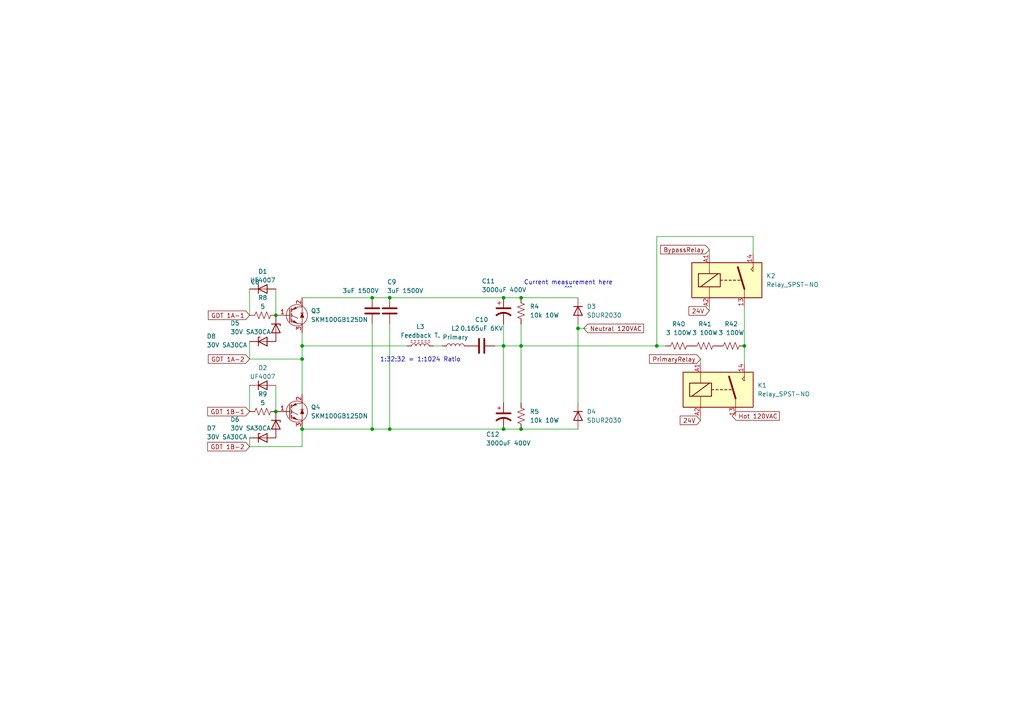
<source format=kicad_sch>
(kicad_sch
	(version 20250114)
	(generator "eeschema")
	(generator_version "9.0")
	(uuid "42c0dbb9-c033-4bfa-b1cd-16b68741b681")
	(paper "A4")
	(lib_symbols
		(symbol "Device:C"
			(pin_numbers
				(hide yes)
			)
			(pin_names
				(offset 0.254)
			)
			(exclude_from_sim no)
			(in_bom yes)
			(on_board yes)
			(property "Reference" "C"
				(at 0.635 2.54 0)
				(effects
					(font
						(size 1.27 1.27)
					)
					(justify left)
				)
			)
			(property "Value" "C"
				(at 0.635 -2.54 0)
				(effects
					(font
						(size 1.27 1.27)
					)
					(justify left)
				)
			)
			(property "Footprint" ""
				(at 0.9652 -3.81 0)
				(effects
					(font
						(size 1.27 1.27)
					)
					(hide yes)
				)
			)
			(property "Datasheet" "~"
				(at 0 0 0)
				(effects
					(font
						(size 1.27 1.27)
					)
					(hide yes)
				)
			)
			(property "Description" "Unpolarized capacitor"
				(at 0 0 0)
				(effects
					(font
						(size 1.27 1.27)
					)
					(hide yes)
				)
			)
			(property "ki_keywords" "cap capacitor"
				(at 0 0 0)
				(effects
					(font
						(size 1.27 1.27)
					)
					(hide yes)
				)
			)
			(property "ki_fp_filters" "C_*"
				(at 0 0 0)
				(effects
					(font
						(size 1.27 1.27)
					)
					(hide yes)
				)
			)
			(symbol "C_0_1"
				(polyline
					(pts
						(xy -2.032 0.762) (xy 2.032 0.762)
					)
					(stroke
						(width 0.508)
						(type default)
					)
					(fill
						(type none)
					)
				)
				(polyline
					(pts
						(xy -2.032 -0.762) (xy 2.032 -0.762)
					)
					(stroke
						(width 0.508)
						(type default)
					)
					(fill
						(type none)
					)
				)
			)
			(symbol "C_1_1"
				(pin passive line
					(at 0 3.81 270)
					(length 2.794)
					(name "~"
						(effects
							(font
								(size 1.27 1.27)
							)
						)
					)
					(number "1"
						(effects
							(font
								(size 1.27 1.27)
							)
						)
					)
				)
				(pin passive line
					(at 0 -3.81 90)
					(length 2.794)
					(name "~"
						(effects
							(font
								(size 1.27 1.27)
							)
						)
					)
					(number "2"
						(effects
							(font
								(size 1.27 1.27)
							)
						)
					)
				)
			)
			(embedded_fonts no)
		)
		(symbol "Device:C_Polarized_US"
			(pin_numbers
				(hide yes)
			)
			(pin_names
				(offset 0.254)
				(hide yes)
			)
			(exclude_from_sim no)
			(in_bom yes)
			(on_board yes)
			(property "Reference" "C"
				(at 0.635 2.54 0)
				(effects
					(font
						(size 1.27 1.27)
					)
					(justify left)
				)
			)
			(property "Value" "C_Polarized_US"
				(at 0.635 -2.54 0)
				(effects
					(font
						(size 1.27 1.27)
					)
					(justify left)
				)
			)
			(property "Footprint" ""
				(at 0 0 0)
				(effects
					(font
						(size 1.27 1.27)
					)
					(hide yes)
				)
			)
			(property "Datasheet" "~"
				(at 0 0 0)
				(effects
					(font
						(size 1.27 1.27)
					)
					(hide yes)
				)
			)
			(property "Description" "Polarized capacitor, US symbol"
				(at 0 0 0)
				(effects
					(font
						(size 1.27 1.27)
					)
					(hide yes)
				)
			)
			(property "ki_keywords" "cap capacitor"
				(at 0 0 0)
				(effects
					(font
						(size 1.27 1.27)
					)
					(hide yes)
				)
			)
			(property "ki_fp_filters" "CP_*"
				(at 0 0 0)
				(effects
					(font
						(size 1.27 1.27)
					)
					(hide yes)
				)
			)
			(symbol "C_Polarized_US_0_1"
				(polyline
					(pts
						(xy -2.032 0.762) (xy 2.032 0.762)
					)
					(stroke
						(width 0.508)
						(type default)
					)
					(fill
						(type none)
					)
				)
				(polyline
					(pts
						(xy -1.778 2.286) (xy -0.762 2.286)
					)
					(stroke
						(width 0)
						(type default)
					)
					(fill
						(type none)
					)
				)
				(polyline
					(pts
						(xy -1.27 1.778) (xy -1.27 2.794)
					)
					(stroke
						(width 0)
						(type default)
					)
					(fill
						(type none)
					)
				)
				(arc
					(start -2.032 -1.27)
					(mid 0 -0.5572)
					(end 2.032 -1.27)
					(stroke
						(width 0.508)
						(type default)
					)
					(fill
						(type none)
					)
				)
			)
			(symbol "C_Polarized_US_1_1"
				(pin passive line
					(at 0 3.81 270)
					(length 2.794)
					(name "~"
						(effects
							(font
								(size 1.27 1.27)
							)
						)
					)
					(number "1"
						(effects
							(font
								(size 1.27 1.27)
							)
						)
					)
				)
				(pin passive line
					(at 0 -3.81 90)
					(length 3.302)
					(name "~"
						(effects
							(font
								(size 1.27 1.27)
							)
						)
					)
					(number "2"
						(effects
							(font
								(size 1.27 1.27)
							)
						)
					)
				)
			)
			(embedded_fonts no)
		)
		(symbol "Device:D_Zener"
			(pin_numbers
				(hide yes)
			)
			(pin_names
				(offset 1.016)
				(hide yes)
			)
			(exclude_from_sim no)
			(in_bom yes)
			(on_board yes)
			(property "Reference" "D"
				(at 0 2.54 0)
				(effects
					(font
						(size 1.27 1.27)
					)
				)
			)
			(property "Value" "D_Zener"
				(at 0 -2.54 0)
				(effects
					(font
						(size 1.27 1.27)
					)
				)
			)
			(property "Footprint" ""
				(at 0 0 0)
				(effects
					(font
						(size 1.27 1.27)
					)
					(hide yes)
				)
			)
			(property "Datasheet" "~"
				(at 0 0 0)
				(effects
					(font
						(size 1.27 1.27)
					)
					(hide yes)
				)
			)
			(property "Description" "Zener diode"
				(at 0 0 0)
				(effects
					(font
						(size 1.27 1.27)
					)
					(hide yes)
				)
			)
			(property "ki_keywords" "diode"
				(at 0 0 0)
				(effects
					(font
						(size 1.27 1.27)
					)
					(hide yes)
				)
			)
			(property "ki_fp_filters" "TO-???* *_Diode_* *SingleDiode* D_*"
				(at 0 0 0)
				(effects
					(font
						(size 1.27 1.27)
					)
					(hide yes)
				)
			)
			(symbol "D_Zener_0_1"
				(polyline
					(pts
						(xy -1.27 -1.27) (xy -1.27 1.27) (xy -0.762 1.27)
					)
					(stroke
						(width 0.254)
						(type default)
					)
					(fill
						(type none)
					)
				)
				(polyline
					(pts
						(xy 1.27 0) (xy -1.27 0)
					)
					(stroke
						(width 0)
						(type default)
					)
					(fill
						(type none)
					)
				)
				(polyline
					(pts
						(xy 1.27 -1.27) (xy 1.27 1.27) (xy -1.27 0) (xy 1.27 -1.27)
					)
					(stroke
						(width 0.254)
						(type default)
					)
					(fill
						(type none)
					)
				)
			)
			(symbol "D_Zener_1_1"
				(pin passive line
					(at -3.81 0 0)
					(length 2.54)
					(name "K"
						(effects
							(font
								(size 1.27 1.27)
							)
						)
					)
					(number "1"
						(effects
							(font
								(size 1.27 1.27)
							)
						)
					)
				)
				(pin passive line
					(at 3.81 0 180)
					(length 2.54)
					(name "A"
						(effects
							(font
								(size 1.27 1.27)
							)
						)
					)
					(number "2"
						(effects
							(font
								(size 1.27 1.27)
							)
						)
					)
				)
			)
			(embedded_fonts no)
		)
		(symbol "Device:L"
			(pin_numbers
				(hide yes)
			)
			(pin_names
				(offset 1.016)
				(hide yes)
			)
			(exclude_from_sim no)
			(in_bom yes)
			(on_board yes)
			(property "Reference" "L"
				(at -1.27 0 90)
				(effects
					(font
						(size 1.27 1.27)
					)
				)
			)
			(property "Value" "L"
				(at 1.905 0 90)
				(effects
					(font
						(size 1.27 1.27)
					)
				)
			)
			(property "Footprint" ""
				(at 0 0 0)
				(effects
					(font
						(size 1.27 1.27)
					)
					(hide yes)
				)
			)
			(property "Datasheet" "~"
				(at 0 0 0)
				(effects
					(font
						(size 1.27 1.27)
					)
					(hide yes)
				)
			)
			(property "Description" "Inductor"
				(at 0 0 0)
				(effects
					(font
						(size 1.27 1.27)
					)
					(hide yes)
				)
			)
			(property "ki_keywords" "inductor choke coil reactor magnetic"
				(at 0 0 0)
				(effects
					(font
						(size 1.27 1.27)
					)
					(hide yes)
				)
			)
			(property "ki_fp_filters" "Choke_* *Coil* Inductor_* L_*"
				(at 0 0 0)
				(effects
					(font
						(size 1.27 1.27)
					)
					(hide yes)
				)
			)
			(symbol "L_0_1"
				(arc
					(start 0 2.54)
					(mid 0.6323 1.905)
					(end 0 1.27)
					(stroke
						(width 0)
						(type default)
					)
					(fill
						(type none)
					)
				)
				(arc
					(start 0 1.27)
					(mid 0.6323 0.635)
					(end 0 0)
					(stroke
						(width 0)
						(type default)
					)
					(fill
						(type none)
					)
				)
				(arc
					(start 0 0)
					(mid 0.6323 -0.635)
					(end 0 -1.27)
					(stroke
						(width 0)
						(type default)
					)
					(fill
						(type none)
					)
				)
				(arc
					(start 0 -1.27)
					(mid 0.6323 -1.905)
					(end 0 -2.54)
					(stroke
						(width 0)
						(type default)
					)
					(fill
						(type none)
					)
				)
			)
			(symbol "L_1_1"
				(pin passive line
					(at 0 3.81 270)
					(length 1.27)
					(name "1"
						(effects
							(font
								(size 1.27 1.27)
							)
						)
					)
					(number "1"
						(effects
							(font
								(size 1.27 1.27)
							)
						)
					)
				)
				(pin passive line
					(at 0 -3.81 90)
					(length 1.27)
					(name "2"
						(effects
							(font
								(size 1.27 1.27)
							)
						)
					)
					(number "2"
						(effects
							(font
								(size 1.27 1.27)
							)
						)
					)
				)
			)
			(embedded_fonts no)
		)
		(symbol "Device:L_Ferrite"
			(pin_numbers
				(hide yes)
			)
			(pin_names
				(offset 1.016)
				(hide yes)
			)
			(exclude_from_sim no)
			(in_bom yes)
			(on_board yes)
			(property "Reference" "L"
				(at -1.27 0 90)
				(effects
					(font
						(size 1.27 1.27)
					)
				)
			)
			(property "Value" "L_Ferrite"
				(at 2.794 0 90)
				(effects
					(font
						(size 1.27 1.27)
					)
				)
			)
			(property "Footprint" ""
				(at 0 0 0)
				(effects
					(font
						(size 1.27 1.27)
					)
					(hide yes)
				)
			)
			(property "Datasheet" "~"
				(at 0 0 0)
				(effects
					(font
						(size 1.27 1.27)
					)
					(hide yes)
				)
			)
			(property "Description" "Inductor with ferrite core"
				(at 0 0 0)
				(effects
					(font
						(size 1.27 1.27)
					)
					(hide yes)
				)
			)
			(property "ki_keywords" "inductor choke coil reactor magnetic"
				(at 0 0 0)
				(effects
					(font
						(size 1.27 1.27)
					)
					(hide yes)
				)
			)
			(property "ki_fp_filters" "Choke_* *Coil* Inductor_* L_*"
				(at 0 0 0)
				(effects
					(font
						(size 1.27 1.27)
					)
					(hide yes)
				)
			)
			(symbol "L_Ferrite_0_1"
				(arc
					(start 0 2.54)
					(mid 0.6323 1.905)
					(end 0 1.27)
					(stroke
						(width 0)
						(type default)
					)
					(fill
						(type none)
					)
				)
				(arc
					(start 0 1.27)
					(mid 0.6323 0.635)
					(end 0 0)
					(stroke
						(width 0)
						(type default)
					)
					(fill
						(type none)
					)
				)
				(arc
					(start 0 0)
					(mid 0.6323 -0.635)
					(end 0 -1.27)
					(stroke
						(width 0)
						(type default)
					)
					(fill
						(type none)
					)
				)
				(arc
					(start 0 -1.27)
					(mid 0.6323 -1.905)
					(end 0 -2.54)
					(stroke
						(width 0)
						(type default)
					)
					(fill
						(type none)
					)
				)
				(polyline
					(pts
						(xy 1.016 2.286) (xy 1.016 2.794)
					)
					(stroke
						(width 0)
						(type default)
					)
					(fill
						(type none)
					)
				)
				(polyline
					(pts
						(xy 1.016 1.27) (xy 1.016 1.778)
					)
					(stroke
						(width 0)
						(type default)
					)
					(fill
						(type none)
					)
				)
				(polyline
					(pts
						(xy 1.016 0.254) (xy 1.016 0.762)
					)
					(stroke
						(width 0)
						(type default)
					)
					(fill
						(type none)
					)
				)
				(polyline
					(pts
						(xy 1.016 -0.762) (xy 1.016 -0.254)
					)
					(stroke
						(width 0)
						(type default)
					)
					(fill
						(type none)
					)
				)
				(polyline
					(pts
						(xy 1.016 -1.778) (xy 1.016 -1.27)
					)
					(stroke
						(width 0)
						(type default)
					)
					(fill
						(type none)
					)
				)
				(polyline
					(pts
						(xy 1.016 -2.794) (xy 1.016 -2.286)
					)
					(stroke
						(width 0)
						(type default)
					)
					(fill
						(type none)
					)
				)
				(polyline
					(pts
						(xy 1.524 2.794) (xy 1.524 2.286)
					)
					(stroke
						(width 0)
						(type default)
					)
					(fill
						(type none)
					)
				)
				(polyline
					(pts
						(xy 1.524 1.778) (xy 1.524 1.27)
					)
					(stroke
						(width 0)
						(type default)
					)
					(fill
						(type none)
					)
				)
				(polyline
					(pts
						(xy 1.524 0.762) (xy 1.524 0.254)
					)
					(stroke
						(width 0)
						(type default)
					)
					(fill
						(type none)
					)
				)
				(polyline
					(pts
						(xy 1.524 -0.254) (xy 1.524 -0.762)
					)
					(stroke
						(width 0)
						(type default)
					)
					(fill
						(type none)
					)
				)
				(polyline
					(pts
						(xy 1.524 -1.27) (xy 1.524 -1.778)
					)
					(stroke
						(width 0)
						(type default)
					)
					(fill
						(type none)
					)
				)
				(polyline
					(pts
						(xy 1.524 -2.286) (xy 1.524 -2.794)
					)
					(stroke
						(width 0)
						(type default)
					)
					(fill
						(type none)
					)
				)
			)
			(symbol "L_Ferrite_1_1"
				(pin passive line
					(at 0 3.81 270)
					(length 1.27)
					(name "1"
						(effects
							(font
								(size 1.27 1.27)
							)
						)
					)
					(number "1"
						(effects
							(font
								(size 1.27 1.27)
							)
						)
					)
				)
				(pin passive line
					(at 0 -3.81 90)
					(length 1.27)
					(name "2"
						(effects
							(font
								(size 1.27 1.27)
							)
						)
					)
					(number "2"
						(effects
							(font
								(size 1.27 1.27)
							)
						)
					)
				)
			)
			(embedded_fonts no)
		)
		(symbol "Device:R_US"
			(pin_numbers
				(hide yes)
			)
			(pin_names
				(offset 0)
			)
			(exclude_from_sim no)
			(in_bom yes)
			(on_board yes)
			(property "Reference" "R"
				(at 2.54 0 90)
				(effects
					(font
						(size 1.27 1.27)
					)
				)
			)
			(property "Value" "R_US"
				(at -2.54 0 90)
				(effects
					(font
						(size 1.27 1.27)
					)
				)
			)
			(property "Footprint" ""
				(at 1.016 -0.254 90)
				(effects
					(font
						(size 1.27 1.27)
					)
					(hide yes)
				)
			)
			(property "Datasheet" "~"
				(at 0 0 0)
				(effects
					(font
						(size 1.27 1.27)
					)
					(hide yes)
				)
			)
			(property "Description" "Resistor, US symbol"
				(at 0 0 0)
				(effects
					(font
						(size 1.27 1.27)
					)
					(hide yes)
				)
			)
			(property "ki_keywords" "R res resistor"
				(at 0 0 0)
				(effects
					(font
						(size 1.27 1.27)
					)
					(hide yes)
				)
			)
			(property "ki_fp_filters" "R_*"
				(at 0 0 0)
				(effects
					(font
						(size 1.27 1.27)
					)
					(hide yes)
				)
			)
			(symbol "R_US_0_1"
				(polyline
					(pts
						(xy 0 2.286) (xy 0 2.54)
					)
					(stroke
						(width 0)
						(type default)
					)
					(fill
						(type none)
					)
				)
				(polyline
					(pts
						(xy 0 2.286) (xy 1.016 1.905) (xy 0 1.524) (xy -1.016 1.143) (xy 0 0.762)
					)
					(stroke
						(width 0)
						(type default)
					)
					(fill
						(type none)
					)
				)
				(polyline
					(pts
						(xy 0 0.762) (xy 1.016 0.381) (xy 0 0) (xy -1.016 -0.381) (xy 0 -0.762)
					)
					(stroke
						(width 0)
						(type default)
					)
					(fill
						(type none)
					)
				)
				(polyline
					(pts
						(xy 0 -0.762) (xy 1.016 -1.143) (xy 0 -1.524) (xy -1.016 -1.905) (xy 0 -2.286)
					)
					(stroke
						(width 0)
						(type default)
					)
					(fill
						(type none)
					)
				)
				(polyline
					(pts
						(xy 0 -2.286) (xy 0 -2.54)
					)
					(stroke
						(width 0)
						(type default)
					)
					(fill
						(type none)
					)
				)
			)
			(symbol "R_US_1_1"
				(pin passive line
					(at 0 3.81 270)
					(length 1.27)
					(name "~"
						(effects
							(font
								(size 1.27 1.27)
							)
						)
					)
					(number "1"
						(effects
							(font
								(size 1.27 1.27)
							)
						)
					)
				)
				(pin passive line
					(at 0 -3.81 90)
					(length 1.27)
					(name "~"
						(effects
							(font
								(size 1.27 1.27)
							)
						)
					)
					(number "2"
						(effects
							(font
								(size 1.27 1.27)
							)
						)
					)
				)
			)
			(embedded_fonts no)
		)
		(symbol "Diode:1N4007"
			(pin_numbers
				(hide yes)
			)
			(pin_names
				(hide yes)
			)
			(exclude_from_sim no)
			(in_bom yes)
			(on_board yes)
			(property "Reference" "D"
				(at 0 2.54 0)
				(effects
					(font
						(size 1.27 1.27)
					)
				)
			)
			(property "Value" "1N4007"
				(at 0 -2.54 0)
				(effects
					(font
						(size 1.27 1.27)
					)
				)
			)
			(property "Footprint" "Diode_THT:D_DO-41_SOD81_P10.16mm_Horizontal"
				(at 0 -4.445 0)
				(effects
					(font
						(size 1.27 1.27)
					)
					(hide yes)
				)
			)
			(property "Datasheet" "http://www.vishay.com/docs/88503/1n4001.pdf"
				(at 0 0 0)
				(effects
					(font
						(size 1.27 1.27)
					)
					(hide yes)
				)
			)
			(property "Description" "1000V 1A General Purpose Rectifier Diode, DO-41"
				(at 0 0 0)
				(effects
					(font
						(size 1.27 1.27)
					)
					(hide yes)
				)
			)
			(property "Sim.Device" "D"
				(at 0 0 0)
				(effects
					(font
						(size 1.27 1.27)
					)
					(hide yes)
				)
			)
			(property "Sim.Pins" "1=K 2=A"
				(at 0 0 0)
				(effects
					(font
						(size 1.27 1.27)
					)
					(hide yes)
				)
			)
			(property "ki_keywords" "diode"
				(at 0 0 0)
				(effects
					(font
						(size 1.27 1.27)
					)
					(hide yes)
				)
			)
			(property "ki_fp_filters" "D*DO?41*"
				(at 0 0 0)
				(effects
					(font
						(size 1.27 1.27)
					)
					(hide yes)
				)
			)
			(symbol "1N4007_0_1"
				(polyline
					(pts
						(xy -1.27 1.27) (xy -1.27 -1.27)
					)
					(stroke
						(width 0.254)
						(type default)
					)
					(fill
						(type none)
					)
				)
				(polyline
					(pts
						(xy 1.27 1.27) (xy 1.27 -1.27) (xy -1.27 0) (xy 1.27 1.27)
					)
					(stroke
						(width 0.254)
						(type default)
					)
					(fill
						(type none)
					)
				)
				(polyline
					(pts
						(xy 1.27 0) (xy -1.27 0)
					)
					(stroke
						(width 0)
						(type default)
					)
					(fill
						(type none)
					)
				)
			)
			(symbol "1N4007_1_1"
				(pin passive line
					(at -3.81 0 0)
					(length 2.54)
					(name "K"
						(effects
							(font
								(size 1.27 1.27)
							)
						)
					)
					(number "1"
						(effects
							(font
								(size 1.27 1.27)
							)
						)
					)
				)
				(pin passive line
					(at 3.81 0 180)
					(length 2.54)
					(name "A"
						(effects
							(font
								(size 1.27 1.27)
							)
						)
					)
					(number "2"
						(effects
							(font
								(size 1.27 1.27)
							)
						)
					)
				)
			)
			(embedded_fonts no)
		)
		(symbol "Relay:Relay_SPST-NO"
			(exclude_from_sim no)
			(in_bom yes)
			(on_board yes)
			(property "Reference" "K"
				(at 11.43 3.81 0)
				(effects
					(font
						(size 1.27 1.27)
					)
					(justify left)
				)
			)
			(property "Value" "Relay_SPST-NO"
				(at 11.43 1.27 0)
				(effects
					(font
						(size 1.27 1.27)
					)
					(justify left)
				)
			)
			(property "Footprint" ""
				(at 11.43 -1.27 0)
				(effects
					(font
						(size 1.27 1.27)
					)
					(justify left)
					(hide yes)
				)
			)
			(property "Datasheet" "~"
				(at 0 0 0)
				(effects
					(font
						(size 1.27 1.27)
					)
					(hide yes)
				)
			)
			(property "Description" "Relay SPST, normally open, EN50005"
				(at 0 0 0)
				(effects
					(font
						(size 1.27 1.27)
					)
					(hide yes)
				)
			)
			(property "ki_keywords" "1P1T 1-Form-A single pole throw NO"
				(at 0 0 0)
				(effects
					(font
						(size 1.27 1.27)
					)
					(hide yes)
				)
			)
			(property "ki_fp_filters" "Relay?SPST*"
				(at 0 0 0)
				(effects
					(font
						(size 1.27 1.27)
					)
					(hide yes)
				)
			)
			(symbol "Relay_SPST-NO_0_0"
				(polyline
					(pts
						(xy 7.62 5.08) (xy 7.62 2.54) (xy 6.985 3.175) (xy 7.62 3.81)
					)
					(stroke
						(width 0)
						(type default)
					)
					(fill
						(type none)
					)
				)
			)
			(symbol "Relay_SPST-NO_0_1"
				(rectangle
					(start -10.16 5.08)
					(end 10.16 -5.08)
					(stroke
						(width 0.254)
						(type default)
					)
					(fill
						(type background)
					)
				)
				(rectangle
					(start -8.255 1.905)
					(end -1.905 -1.905)
					(stroke
						(width 0.254)
						(type default)
					)
					(fill
						(type none)
					)
				)
				(polyline
					(pts
						(xy -7.62 -1.905) (xy -2.54 1.905)
					)
					(stroke
						(width 0.254)
						(type default)
					)
					(fill
						(type none)
					)
				)
				(polyline
					(pts
						(xy -5.08 5.08) (xy -5.08 1.905)
					)
					(stroke
						(width 0)
						(type default)
					)
					(fill
						(type none)
					)
				)
				(polyline
					(pts
						(xy -5.08 -5.08) (xy -5.08 -1.905)
					)
					(stroke
						(width 0)
						(type default)
					)
					(fill
						(type none)
					)
				)
				(polyline
					(pts
						(xy -1.905 0) (xy -1.27 0)
					)
					(stroke
						(width 0.254)
						(type default)
					)
					(fill
						(type none)
					)
				)
				(polyline
					(pts
						(xy -0.635 0) (xy 0 0)
					)
					(stroke
						(width 0.254)
						(type default)
					)
					(fill
						(type none)
					)
				)
				(polyline
					(pts
						(xy 0.635 0) (xy 1.27 0)
					)
					(stroke
						(width 0.254)
						(type default)
					)
					(fill
						(type none)
					)
				)
				(polyline
					(pts
						(xy 1.905 0) (xy 2.54 0)
					)
					(stroke
						(width 0.254)
						(type default)
					)
					(fill
						(type none)
					)
				)
				(polyline
					(pts
						(xy 3.175 0) (xy 3.81 0)
					)
					(stroke
						(width 0.254)
						(type default)
					)
					(fill
						(type none)
					)
				)
				(polyline
					(pts
						(xy 5.08 -2.54) (xy 3.175 3.81)
					)
					(stroke
						(width 0.508)
						(type default)
					)
					(fill
						(type none)
					)
				)
				(polyline
					(pts
						(xy 5.08 -2.54) (xy 5.08 -5.08)
					)
					(stroke
						(width 0)
						(type default)
					)
					(fill
						(type none)
					)
				)
			)
			(symbol "Relay_SPST-NO_1_1"
				(pin passive line
					(at -5.08 7.62 270)
					(length 2.54)
					(name "~"
						(effects
							(font
								(size 1.27 1.27)
							)
						)
					)
					(number "A1"
						(effects
							(font
								(size 1.27 1.27)
							)
						)
					)
				)
				(pin passive line
					(at -5.08 -7.62 90)
					(length 2.54)
					(name "~"
						(effects
							(font
								(size 1.27 1.27)
							)
						)
					)
					(number "A2"
						(effects
							(font
								(size 1.27 1.27)
							)
						)
					)
				)
				(pin passive line
					(at 5.08 -7.62 90)
					(length 2.54)
					(name "~"
						(effects
							(font
								(size 1.27 1.27)
							)
						)
					)
					(number "13"
						(effects
							(font
								(size 1.27 1.27)
							)
						)
					)
				)
				(pin passive line
					(at 7.62 7.62 270)
					(length 2.54)
					(name "~"
						(effects
							(font
								(size 1.27 1.27)
							)
						)
					)
					(number "14"
						(effects
							(font
								(size 1.27 1.27)
							)
						)
					)
				)
			)
			(embedded_fonts no)
		)
		(symbol "Transistor_IGBT:STGP7NC60HD"
			(pin_names
				(offset 0)
				(hide yes)
			)
			(exclude_from_sim no)
			(in_bom yes)
			(on_board yes)
			(property "Reference" "Q"
				(at 6.35 1.905 0)
				(effects
					(font
						(size 1.27 1.27)
					)
					(justify left)
				)
			)
			(property "Value" "STGP7NC60HD"
				(at 6.35 0 0)
				(effects
					(font
						(size 1.27 1.27)
					)
					(justify left)
				)
			)
			(property "Footprint" "Package_TO_SOT_THT:TO-220-3_Vertical"
				(at 6.35 -1.905 0)
				(effects
					(font
						(size 1.27 1.27)
						(italic yes)
					)
					(justify left)
					(hide yes)
				)
			)
			(property "Datasheet" "http://www.farnell.com/datasheets/2309889.pdf"
				(at -1.27 0 0)
				(effects
					(font
						(size 1.27 1.27)
					)
					(justify left)
					(hide yes)
				)
			)
			(property "Description" "25A, 600V, N-Channel IGBT, TO-220"
				(at 0 0 0)
				(effects
					(font
						(size 1.27 1.27)
					)
					(hide yes)
				)
			)
			(property "ki_keywords" "N-Channel very fast IGBT with ultrafast diode Power Transistor"
				(at 0 0 0)
				(effects
					(font
						(size 1.27 1.27)
					)
					(hide yes)
				)
			)
			(property "ki_fp_filters" "TO?220*"
				(at 0 0 0)
				(effects
					(font
						(size 1.27 1.27)
					)
					(hide yes)
				)
			)
			(symbol "STGP7NC60HD_0_1"
				(polyline
					(pts
						(xy -1.27 0) (xy -1.016 0)
					)
					(stroke
						(width 0)
						(type default)
					)
					(fill
						(type none)
					)
				)
				(circle
					(center 1.016 0)
					(radius 3.0734)
					(stroke
						(width 0)
						(type default)
					)
					(fill
						(type none)
					)
				)
				(polyline
					(pts
						(xy 1.27 2.413) (xy 2.54 2.413)
					)
					(stroke
						(width 0)
						(type default)
					)
					(fill
						(type none)
					)
				)
				(polyline
					(pts
						(xy 1.27 -2.413) (xy 2.54 -2.413)
					)
					(stroke
						(width 0)
						(type default)
					)
					(fill
						(type none)
					)
				)
				(polyline
					(pts
						(xy 2.032 0.635) (xy 3.048 0.635)
					)
					(stroke
						(width 0)
						(type default)
					)
					(fill
						(type none)
					)
				)
				(polyline
					(pts
						(xy 2.54 3.81) (xy 2.54 -3.81)
					)
					(stroke
						(width 0)
						(type default)
					)
					(fill
						(type none)
					)
				)
				(polyline
					(pts
						(xy 2.54 0.635) (xy 2.032 -0.635) (xy 3.048 -0.635) (xy 2.54 0.635)
					)
					(stroke
						(width 0)
						(type default)
					)
					(fill
						(type outline)
					)
				)
			)
			(symbol "STGP7NC60HD_1_1"
				(polyline
					(pts
						(xy -1.016 1.905) (xy -1.016 -1.905) (xy -1.016 -1.905)
					)
					(stroke
						(width 0.254)
						(type default)
					)
					(fill
						(type none)
					)
				)
				(polyline
					(pts
						(xy -0.508 2.032) (xy -0.508 1.016)
					)
					(stroke
						(width 0.254)
						(type default)
					)
					(fill
						(type none)
					)
				)
				(polyline
					(pts
						(xy -0.508 0.508) (xy -0.508 -0.508)
					)
					(stroke
						(width 0.254)
						(type default)
					)
					(fill
						(type none)
					)
				)
				(polyline
					(pts
						(xy -0.508 -1.016) (xy -0.508 -2.032)
					)
					(stroke
						(width 0.254)
						(type default)
					)
					(fill
						(type none)
					)
				)
				(polyline
					(pts
						(xy -0.127 -2.032) (xy 0.127 -1.524) (xy 1.016 -2.286) (xy -0.127 -2.032)
					)
					(stroke
						(width 0)
						(type default)
					)
					(fill
						(type outline)
					)
				)
				(polyline
					(pts
						(xy 0.889 1.905) (xy 0.635 2.413) (xy -0.254 1.651) (xy 0.889 1.905)
					)
					(stroke
						(width 0)
						(type default)
					)
					(fill
						(type outline)
					)
				)
				(polyline
					(pts
						(xy 1.27 2.413) (xy -0.508 1.524)
					)
					(stroke
						(width 0)
						(type default)
					)
					(fill
						(type none)
					)
				)
				(polyline
					(pts
						(xy 1.27 -0.889) (xy -0.508 0)
					)
					(stroke
						(width 0)
						(type default)
					)
					(fill
						(type none)
					)
				)
				(polyline
					(pts
						(xy 1.27 -2.413) (xy -0.508 -1.524)
					)
					(stroke
						(width 0)
						(type default)
					)
					(fill
						(type none)
					)
				)
				(pin input line
					(at -5.08 0 0)
					(length 3.81)
					(name "G"
						(effects
							(font
								(size 1.27 1.27)
							)
						)
					)
					(number "1"
						(effects
							(font
								(size 1.27 1.27)
							)
						)
					)
				)
				(pin passive line
					(at 2.54 5.08 270)
					(length 2.54)
					(name "C"
						(effects
							(font
								(size 1.27 1.27)
							)
						)
					)
					(number "2"
						(effects
							(font
								(size 1.27 1.27)
							)
						)
					)
				)
				(pin passive line
					(at 2.54 -5.08 90)
					(length 2.54)
					(name "E"
						(effects
							(font
								(size 1.27 1.27)
							)
						)
					)
					(number "3"
						(effects
							(font
								(size 1.27 1.27)
							)
						)
					)
				)
			)
			(embedded_fonts no)
		)
	)
	(text "Current measurement here\n^^^"
		(exclude_from_sim no)
		(at 164.846 83.058 0)
		(effects
			(font
				(size 1.27 1.27)
			)
		)
		(uuid "0b8e904e-8f6b-4a94-8fe0-82ac04edf3bb")
	)
	(text "1:32:32 = 1:1024 Ratio"
		(exclude_from_sim no)
		(at 121.92 104.394 0)
		(effects
			(font
				(size 1.27 1.27)
			)
		)
		(uuid "4f55ddbb-6713-4af2-93d6-ed298b77bb6a")
	)
	(junction
		(at 80.01 91.44)
		(diameter 0)
		(color 0 0 0 0)
		(uuid "0cdaf3ff-8b85-4468-be48-d4eb16d6e229")
	)
	(junction
		(at 146.05 124.46)
		(diameter 0)
		(color 0 0 0 0)
		(uuid "3342886b-7a38-4c26-98e8-1895e7713fb5")
	)
	(junction
		(at 167.64 95.25)
		(diameter 0)
		(color 0 0 0 0)
		(uuid "3a31e841-b8d6-4fba-a718-6fd67d9f4c81")
	)
	(junction
		(at 87.63 104.14)
		(diameter 0)
		(color 0 0 0 0)
		(uuid "43561146-b6cd-4c32-b37e-32f4fa661c93")
	)
	(junction
		(at 80.01 119.38)
		(diameter 0)
		(color 0 0 0 0)
		(uuid "65383e26-bf4a-42ae-b0cb-a7833d0982aa")
	)
	(junction
		(at 146.05 86.36)
		(diameter 0)
		(color 0 0 0 0)
		(uuid "72afd443-1116-4be8-931e-06e554de4e93")
	)
	(junction
		(at 146.05 100.33)
		(diameter 0)
		(color 0 0 0 0)
		(uuid "890f0fb1-3f24-48b0-85a2-486a7f9d9abc")
	)
	(junction
		(at 107.95 86.36)
		(diameter 0)
		(color 0 0 0 0)
		(uuid "8a9bfde2-624e-44d0-b94d-309881b7a67d")
	)
	(junction
		(at 190.5 100.33)
		(diameter 0)
		(color 0 0 0 0)
		(uuid "8f47acae-128c-45bc-b77c-4ced3930b113")
	)
	(junction
		(at 107.95 124.46)
		(diameter 0)
		(color 0 0 0 0)
		(uuid "9b701945-c058-4e77-9398-8063bd2dd472")
	)
	(junction
		(at 113.03 124.46)
		(diameter 0)
		(color 0 0 0 0)
		(uuid "afab22b4-ed67-431e-8869-0ec4ea26fe3e")
	)
	(junction
		(at 87.63 124.46)
		(diameter 0)
		(color 0 0 0 0)
		(uuid "bfa8f77c-1dea-4522-9040-cfee72d98641")
	)
	(junction
		(at 113.03 86.36)
		(diameter 0)
		(color 0 0 0 0)
		(uuid "c9e6bb34-5c17-475e-b41f-eb44ee07b656")
	)
	(junction
		(at 215.9 100.33)
		(diameter 0)
		(color 0 0 0 0)
		(uuid "ccd2f876-2a63-4a36-81ab-e33b7c96492b")
	)
	(junction
		(at 87.63 100.33)
		(diameter 0)
		(color 0 0 0 0)
		(uuid "d44e55b9-609d-4217-b5b6-9e8355ad4239")
	)
	(junction
		(at 151.13 100.33)
		(diameter 0)
		(color 0 0 0 0)
		(uuid "eede5910-ff11-4cd1-9612-aeb124e91a8d")
	)
	(junction
		(at 151.13 124.46)
		(diameter 0)
		(color 0 0 0 0)
		(uuid "f0e349b0-1030-41c3-b294-5e0da0d63fd1")
	)
	(junction
		(at 151.13 86.36)
		(diameter 0)
		(color 0 0 0 0)
		(uuid "fb9aa5b6-2f89-4572-9d28-a2c62359acc6")
	)
	(wire
		(pts
			(xy 87.63 124.46) (xy 87.63 129.54)
		)
		(stroke
			(width 0)
			(type default)
		)
		(uuid "080ad5be-a1a5-46a6-ab43-f46f5fabf5ad")
	)
	(wire
		(pts
			(xy 205.74 72.39) (xy 205.74 73.66)
		)
		(stroke
			(width 0)
			(type default)
		)
		(uuid "0951c12e-af2d-4bed-a61f-c7198c13fbe8")
	)
	(wire
		(pts
			(xy 151.13 124.46) (xy 167.64 124.46)
		)
		(stroke
			(width 0)
			(type default)
		)
		(uuid "0def9bb3-3e47-4afe-812a-e36e11e6c205")
	)
	(wire
		(pts
			(xy 146.05 86.36) (xy 151.13 86.36)
		)
		(stroke
			(width 0)
			(type default)
		)
		(uuid "17a100f9-30a1-4d2b-a070-0fa98f044bc0")
	)
	(wire
		(pts
			(xy 151.13 100.33) (xy 151.13 116.84)
		)
		(stroke
			(width 0)
			(type default)
		)
		(uuid "19e0a81c-d7a5-42ad-93fe-3c4aca87022c")
	)
	(wire
		(pts
			(xy 87.63 96.52) (xy 87.63 100.33)
		)
		(stroke
			(width 0)
			(type default)
		)
		(uuid "215c8035-21fa-4fec-b30a-46b3428d1ee8")
	)
	(wire
		(pts
			(xy 167.64 95.25) (xy 167.64 116.84)
		)
		(stroke
			(width 0)
			(type default)
		)
		(uuid "233201bd-8a2a-4489-bc28-b208db7cbda4")
	)
	(wire
		(pts
			(xy 215.9 88.9) (xy 215.9 100.33)
		)
		(stroke
			(width 0)
			(type default)
		)
		(uuid "253877db-78cc-4fd1-938c-9501d097eb46")
	)
	(wire
		(pts
			(xy 143.51 100.33) (xy 146.05 100.33)
		)
		(stroke
			(width 0)
			(type default)
		)
		(uuid "26651489-ee51-40f0-b45e-f70f53970049")
	)
	(wire
		(pts
			(xy 107.95 86.36) (xy 113.03 86.36)
		)
		(stroke
			(width 0)
			(type default)
		)
		(uuid "356394db-2557-41f3-a2d0-9cf44e7e9885")
	)
	(wire
		(pts
			(xy 146.05 124.46) (xy 151.13 124.46)
		)
		(stroke
			(width 0)
			(type default)
		)
		(uuid "447f5f85-a81d-4d08-a295-98db035bf3f3")
	)
	(wire
		(pts
			(xy 80.01 83.82) (xy 80.01 91.44)
		)
		(stroke
			(width 0)
			(type default)
		)
		(uuid "4ff61863-ab24-4218-bd61-5d816d4f405c")
	)
	(wire
		(pts
			(xy 151.13 86.36) (xy 167.64 86.36)
		)
		(stroke
			(width 0)
			(type default)
		)
		(uuid "52bd18d6-f1b6-4767-b42b-f3c1c42e8911")
	)
	(wire
		(pts
			(xy 87.63 100.33) (xy 87.63 104.14)
		)
		(stroke
			(width 0)
			(type default)
		)
		(uuid "58560b25-61a7-4ccc-8796-080c409c1552")
	)
	(wire
		(pts
			(xy 87.63 104.14) (xy 87.63 114.3)
		)
		(stroke
			(width 0)
			(type default)
		)
		(uuid "6e17b47f-18a6-4e55-92fc-a8d78d14aa16")
	)
	(wire
		(pts
			(xy 113.03 86.36) (xy 146.05 86.36)
		)
		(stroke
			(width 0)
			(type default)
		)
		(uuid "72faeb69-97e3-43c7-be06-745578c15b3d")
	)
	(wire
		(pts
			(xy 218.44 68.58) (xy 190.5 68.58)
		)
		(stroke
			(width 0)
			(type default)
		)
		(uuid "7fcc4bdb-0fca-4ec2-90f1-c27d7c43cf51")
	)
	(wire
		(pts
			(xy 72.39 111.76) (xy 72.39 119.38)
		)
		(stroke
			(width 0)
			(type default)
		)
		(uuid "8655aac3-0233-427f-b6a6-9f104aa8073e")
	)
	(wire
		(pts
			(xy 107.95 93.98) (xy 107.95 124.46)
		)
		(stroke
			(width 0)
			(type default)
		)
		(uuid "8c8c909f-19be-45fb-82d0-7ece14c5aa85")
	)
	(wire
		(pts
			(xy 203.2 104.14) (xy 203.2 105.41)
		)
		(stroke
			(width 0)
			(type default)
		)
		(uuid "931f2b50-f6ed-4c65-ab67-88b5608fe45a")
	)
	(wire
		(pts
			(xy 167.64 95.25) (xy 170.18 95.25)
		)
		(stroke
			(width 0)
			(type default)
		)
		(uuid "95233211-b187-478e-869d-b4288a260f34")
	)
	(wire
		(pts
			(xy 113.03 124.46) (xy 146.05 124.46)
		)
		(stroke
			(width 0)
			(type default)
		)
		(uuid "a4fe255d-774b-4054-8708-67c356c73eef")
	)
	(wire
		(pts
			(xy 190.5 100.33) (xy 193.04 100.33)
		)
		(stroke
			(width 0)
			(type default)
		)
		(uuid "a62ecd7a-37a5-4324-94ad-b53133e91520")
	)
	(wire
		(pts
			(xy 72.39 127) (xy 72.39 129.54)
		)
		(stroke
			(width 0)
			(type default)
		)
		(uuid "a6373d75-21e6-4fcb-9c09-af112303337e")
	)
	(wire
		(pts
			(xy 215.9 100.33) (xy 215.9 105.41)
		)
		(stroke
			(width 0)
			(type default)
		)
		(uuid "a757c78e-3213-4416-85f9-c7c72423dbf1")
	)
	(wire
		(pts
			(xy 190.5 68.58) (xy 190.5 100.33)
		)
		(stroke
			(width 0)
			(type default)
		)
		(uuid "a8cb7348-a0fe-4651-bcf6-84a3ca626cf4")
	)
	(wire
		(pts
			(xy 72.39 83.82) (xy 72.39 91.44)
		)
		(stroke
			(width 0)
			(type default)
		)
		(uuid "a95d2f39-df25-47ab-82bb-27ffb6acd681")
	)
	(wire
		(pts
			(xy 72.39 99.06) (xy 72.39 104.14)
		)
		(stroke
			(width 0)
			(type default)
		)
		(uuid "ab14c1f7-f716-4fae-98a9-8ea68459350a")
	)
	(wire
		(pts
			(xy 146.05 93.98) (xy 146.05 100.33)
		)
		(stroke
			(width 0)
			(type default)
		)
		(uuid "b02f1d14-1b9f-4a35-a493-cd6de780084e")
	)
	(wire
		(pts
			(xy 205.74 90.17) (xy 205.74 88.9)
		)
		(stroke
			(width 0)
			(type default)
		)
		(uuid "b427901f-cdf2-4c86-9d77-834a68a56c01")
	)
	(wire
		(pts
			(xy 125.73 100.33) (xy 128.27 100.33)
		)
		(stroke
			(width 0)
			(type default)
		)
		(uuid "b647b740-eff7-4966-92de-e1c6252b9213")
	)
	(wire
		(pts
			(xy 87.63 86.36) (xy 107.95 86.36)
		)
		(stroke
			(width 0)
			(type default)
		)
		(uuid "b6b3a11b-c0e7-43ce-ba82-7d7991ecb395")
	)
	(wire
		(pts
			(xy 167.64 93.98) (xy 167.64 95.25)
		)
		(stroke
			(width 0)
			(type default)
		)
		(uuid "ba2b1b98-f6e1-40ec-a0b9-e1b89d19c7f2")
	)
	(wire
		(pts
			(xy 218.44 73.66) (xy 218.44 68.58)
		)
		(stroke
			(width 0)
			(type default)
		)
		(uuid "bc382ed4-03b4-4c5d-a7e5-e4720fd2ec81")
	)
	(wire
		(pts
			(xy 72.39 129.54) (xy 87.63 129.54)
		)
		(stroke
			(width 0)
			(type default)
		)
		(uuid "c0a371a0-1a7f-4269-974f-41dea9e2478a")
	)
	(wire
		(pts
			(xy 151.13 100.33) (xy 190.5 100.33)
		)
		(stroke
			(width 0)
			(type default)
		)
		(uuid "c40eb58c-33cc-4b62-a0c2-f0fd3cc3aafc")
	)
	(wire
		(pts
			(xy 151.13 93.98) (xy 151.13 100.33)
		)
		(stroke
			(width 0)
			(type default)
		)
		(uuid "cb1d02ba-3250-41e7-aa01-b988e89ec409")
	)
	(wire
		(pts
			(xy 87.63 124.46) (xy 107.95 124.46)
		)
		(stroke
			(width 0)
			(type default)
		)
		(uuid "cd2ce019-4c50-4f47-aca0-56e4aa68b107")
	)
	(wire
		(pts
			(xy 107.95 124.46) (xy 113.03 124.46)
		)
		(stroke
			(width 0)
			(type default)
		)
		(uuid "cfe35887-5dc8-4aa8-9bde-b2be092bf18d")
	)
	(wire
		(pts
			(xy 72.39 104.14) (xy 87.63 104.14)
		)
		(stroke
			(width 0)
			(type default)
		)
		(uuid "d098c26f-5b65-4397-b50b-01e72b681edc")
	)
	(wire
		(pts
			(xy 203.2 120.65) (xy 203.2 121.92)
		)
		(stroke
			(width 0)
			(type default)
		)
		(uuid "d3ccba6b-74d1-447d-9818-498e24d864e6")
	)
	(wire
		(pts
			(xy 146.05 100.33) (xy 151.13 100.33)
		)
		(stroke
			(width 0)
			(type default)
		)
		(uuid "d3dc40bb-e733-417b-b195-e0edcd7ad172")
	)
	(wire
		(pts
			(xy 146.05 100.33) (xy 146.05 116.84)
		)
		(stroke
			(width 0)
			(type default)
		)
		(uuid "d7dc9e96-acee-45cc-9f89-ca261357b145")
	)
	(wire
		(pts
			(xy 87.63 100.33) (xy 118.11 100.33)
		)
		(stroke
			(width 0)
			(type default)
		)
		(uuid "db82bbbd-bd0e-49ae-ac07-5dc944dac287")
	)
	(wire
		(pts
			(xy 80.01 111.76) (xy 80.01 119.38)
		)
		(stroke
			(width 0)
			(type default)
		)
		(uuid "e79fb60b-41d6-41b7-b436-881e9c5c2a19")
	)
	(wire
		(pts
			(xy 113.03 93.98) (xy 113.03 124.46)
		)
		(stroke
			(width 0)
			(type default)
		)
		(uuid "ffd414f6-98b3-4448-9ee7-9d93c1ae1837")
	)
	(global_label "GDT 1A-2"
		(shape input)
		(at 72.39 104.14 180)
		(fields_autoplaced yes)
		(effects
			(font
				(size 1.27 1.27)
			)
			(justify right)
		)
		(uuid "024aadc4-a0ce-4dde-88e1-33b911e674ed")
		(property "Intersheetrefs" "${INTERSHEET_REFS}"
			(at 60.5038 104.14 0)
			(effects
				(font
					(size 1.27 1.27)
				)
				(justify right)
				(hide yes)
			)
		)
	)
	(global_label "24V"
		(shape input)
		(at 203.2 121.92 180)
		(fields_autoplaced yes)
		(effects
			(font
				(size 1.27 1.27)
			)
			(justify right)
		)
		(uuid "0c6fac97-99b0-4e76-b51d-b58707734933")
		(property "Intersheetrefs" "${INTERSHEET_REFS}"
			(at 197.3614 121.92 0)
			(effects
				(font
					(size 1.27 1.27)
				)
				(justify right)
				(hide yes)
			)
		)
	)
	(global_label "Hot 120VAC"
		(shape output)
		(at 226.06 120.65 180)
		(fields_autoplaced yes)
		(effects
			(font
				(size 1.27 1.27)
			)
			(justify right)
		)
		(uuid "0ce44d0f-41ff-440b-bc54-dae135a51621")
		(property "Intersheetrefs" "${INTERSHEET_REFS}"
			(at 212.4805 120.65 0)
			(effects
				(font
					(size 1.27 1.27)
				)
				(justify right)
				(hide yes)
			)
		)
	)
	(global_label "BypassRelay"
		(shape input)
		(at 205.74 72.39 180)
		(fields_autoplaced yes)
		(effects
			(font
				(size 1.27 1.27)
			)
			(justify right)
		)
		(uuid "268ae23d-76a5-4d99-9618-1939f60db0da")
		(property "Intersheetrefs" "${INTERSHEET_REFS}"
			(at 191.6768 72.39 0)
			(effects
				(font
					(size 1.27 1.27)
				)
				(justify right)
				(hide yes)
			)
		)
	)
	(global_label "GDT 1B-1"
		(shape input)
		(at 72.39 119.38 180)
		(fields_autoplaced yes)
		(effects
			(font
				(size 1.27 1.27)
			)
			(justify right)
		)
		(uuid "55506a09-e29f-4e56-9764-b1dafb3c849b")
		(property "Intersheetrefs" "${INTERSHEET_REFS}"
			(at 60.3224 119.38 0)
			(effects
				(font
					(size 1.27 1.27)
				)
				(justify right)
				(hide yes)
			)
		)
	)
	(global_label "Neutral 120VAC"
		(shape output)
		(at 186.69 95.25 180)
		(fields_autoplaced yes)
		(effects
			(font
				(size 1.27 1.27)
			)
			(justify right)
		)
		(uuid "5c81e591-aacc-402c-b964-15f7eb0f9c15")
		(property "Intersheetrefs" "${INTERSHEET_REFS}"
			(at 169.4215 95.25 0)
			(effects
				(font
					(size 1.27 1.27)
				)
				(justify right)
				(hide yes)
			)
		)
	)
	(global_label "GDT 1A-1"
		(shape input)
		(at 72.39 91.44 180)
		(fields_autoplaced yes)
		(effects
			(font
				(size 1.27 1.27)
			)
			(justify right)
		)
		(uuid "7e33cd71-fbff-4d83-b9e8-489555c5ea05")
		(property "Intersheetrefs" "${INTERSHEET_REFS}"
			(at 60.5038 91.44 0)
			(effects
				(font
					(size 1.27 1.27)
				)
				(justify right)
				(hide yes)
			)
		)
	)
	(global_label "GDT 1B-2"
		(shape input)
		(at 72.39 129.54 180)
		(fields_autoplaced yes)
		(effects
			(font
				(size 1.27 1.27)
			)
			(justify right)
		)
		(uuid "adfa3de0-e19e-4bee-b167-0ed5e5129a83")
		(property "Intersheetrefs" "${INTERSHEET_REFS}"
			(at 60.3224 129.54 0)
			(effects
				(font
					(size 1.27 1.27)
				)
				(justify right)
				(hide yes)
			)
		)
	)
	(global_label "24V"
		(shape input)
		(at 205.74 90.17 180)
		(fields_autoplaced yes)
		(effects
			(font
				(size 1.27 1.27)
			)
			(justify right)
		)
		(uuid "d0fb499a-c146-44f0-a063-e2e4574140e6")
		(property "Intersheetrefs" "${INTERSHEET_REFS}"
			(at 199.9014 90.17 0)
			(effects
				(font
					(size 1.27 1.27)
				)
				(justify right)
				(hide yes)
			)
		)
	)
	(global_label "PrimaryRelay"
		(shape input)
		(at 203.2 104.14 180)
		(fields_autoplaced yes)
		(effects
			(font
				(size 1.27 1.27)
			)
			(justify right)
		)
		(uuid "f0bdbd2b-c45e-473a-9083-10a7e1a18dce")
		(property "Intersheetrefs" "${INTERSHEET_REFS}"
			(at 188.4715 104.14 0)
			(effects
				(font
					(size 1.27 1.27)
				)
				(justify right)
				(hide yes)
			)
		)
	)
	(symbol
		(lib_id "Device:C")
		(at 139.7 100.33 90)
		(unit 1)
		(exclude_from_sim no)
		(in_bom yes)
		(on_board yes)
		(dnp no)
		(fields_autoplaced yes)
		(uuid "035e3f2c-3f06-4877-abf7-a6afeff299e0")
		(property "Reference" "C10"
			(at 139.7 92.71 90)
			(effects
				(font
					(size 1.27 1.27)
				)
			)
		)
		(property "Value" "0.165uF 6KV"
			(at 139.7 95.25 90)
			(effects
				(font
					(size 1.27 1.27)
				)
			)
		)
		(property "Footprint" ""
			(at 143.51 99.3648 0)
			(effects
				(font
					(size 1.27 1.27)
				)
				(hide yes)
			)
		)
		(property "Datasheet" "https://www.digikey.com/en/products/detail/kemet/C4BSYBX3330ZALJ/2783763"
			(at 139.7 100.33 0)
			(effects
				(font
					(size 1.27 1.27)
				)
				(hide yes)
			)
		)
		(property "Description" "Unpolarized capacitor, 2 in series"
			(at 139.7 100.33 0)
			(effects
				(font
					(size 1.27 1.27)
				)
				(hide yes)
			)
		)
		(pin "2"
			(uuid "d59e498d-e3de-45e7-92bf-fec3d9ffbb21")
		)
		(pin "1"
			(uuid "f759de13-9cc5-4e86-a8bf-eca2505614f2")
		)
		(instances
			(project "MusicalTeslaCoil"
				(path "/94683f5c-9cd9-448e-be96-9792537b5cb8/36775539-0685-422a-abf9-cfa2d3ddac7b"
					(reference "C10")
					(unit 1)
				)
			)
		)
	)
	(symbol
		(lib_id "Device:R_US")
		(at 151.13 90.17 0)
		(unit 1)
		(exclude_from_sim no)
		(in_bom yes)
		(on_board yes)
		(dnp no)
		(fields_autoplaced yes)
		(uuid "0fef69e3-1c45-44e7-8761-2baf9301e939")
		(property "Reference" "R4"
			(at 153.67 88.8999 0)
			(effects
				(font
					(size 1.27 1.27)
				)
				(justify left)
			)
		)
		(property "Value" "10k 10W"
			(at 153.67 91.4399 0)
			(effects
				(font
					(size 1.27 1.27)
				)
				(justify left)
			)
		)
		(property "Footprint" ""
			(at 152.146 90.424 90)
			(effects
				(font
					(size 1.27 1.27)
				)
				(hide yes)
			)
		)
		(property "Datasheet" "~"
			(at 151.13 90.17 0)
			(effects
				(font
					(size 1.27 1.27)
				)
				(hide yes)
			)
		)
		(property "Description" "Resistor, US symbol"
			(at 151.13 90.17 0)
			(effects
				(font
					(size 1.27 1.27)
				)
				(hide yes)
			)
		)
		(pin "1"
			(uuid "dffe1d95-5fe3-4220-83f4-22e09f1e52e1")
		)
		(pin "2"
			(uuid "20d30e35-0f35-4f5c-971e-18e5e37252ec")
		)
		(instances
			(project "MusicalTeslaCoil"
				(path "/94683f5c-9cd9-448e-be96-9792537b5cb8/36775539-0685-422a-abf9-cfa2d3ddac7b"
					(reference "R4")
					(unit 1)
				)
			)
		)
	)
	(symbol
		(lib_id "Diode:1N4007")
		(at 76.2 83.82 0)
		(unit 1)
		(exclude_from_sim no)
		(in_bom yes)
		(on_board yes)
		(dnp no)
		(uuid "1357f605-da1c-479d-bbbb-68fa2efbcec2")
		(property "Reference" "D1"
			(at 76.2 78.74 0)
			(effects
				(font
					(size 1.27 1.27)
				)
			)
		)
		(property "Value" "UF4007"
			(at 76.2 81.28 0)
			(effects
				(font
					(size 1.27 1.27)
				)
			)
		)
		(property "Footprint" "Diode_THT:D_DO-41_SOD81_P10.16mm_Horizontal"
			(at 76.2 88.265 0)
			(effects
				(font
					(size 1.27 1.27)
				)
				(hide yes)
			)
		)
		(property "Datasheet" "https://www.onsemi.com/pdf/datasheet/uf4007-d.pdf"
			(at 76.2 83.82 0)
			(effects
				(font
					(size 1.27 1.27)
				)
				(hide yes)
			)
		)
		(property "Description" "1000V 1A General Purpose Rectifier Diode, DO-41, https://www.digikey.com/en/products/detail/onsemi/UF4007/965478"
			(at 76.2 83.82 0)
			(effects
				(font
					(size 1.27 1.27)
				)
				(hide yes)
			)
		)
		(property "Sim.Device" "D"
			(at 76.2 83.82 0)
			(effects
				(font
					(size 1.27 1.27)
				)
				(hide yes)
			)
		)
		(property "Sim.Pins" "1=K 2=A"
			(at 76.2 83.82 0)
			(effects
				(font
					(size 1.27 1.27)
				)
				(hide yes)
			)
		)
		(pin "1"
			(uuid "ae9f23b6-76f1-4081-950d-60ae14f5140f")
		)
		(pin "2"
			(uuid "403a3086-e906-4ac2-acba-ae0ddf5bd801")
		)
		(instances
			(project ""
				(path "/94683f5c-9cd9-448e-be96-9792537b5cb8/36775539-0685-422a-abf9-cfa2d3ddac7b"
					(reference "D1")
					(unit 1)
				)
			)
		)
	)
	(symbol
		(lib_id "Device:R_US")
		(at 151.13 120.65 0)
		(unit 1)
		(exclude_from_sim no)
		(in_bom yes)
		(on_board yes)
		(dnp no)
		(fields_autoplaced yes)
		(uuid "1410e639-e084-43c5-8628-811e4727cccc")
		(property "Reference" "R5"
			(at 153.67 119.3799 0)
			(effects
				(font
					(size 1.27 1.27)
				)
				(justify left)
			)
		)
		(property "Value" "10k 10W"
			(at 153.67 121.9199 0)
			(effects
				(font
					(size 1.27 1.27)
				)
				(justify left)
			)
		)
		(property "Footprint" ""
			(at 152.146 120.904 90)
			(effects
				(font
					(size 1.27 1.27)
				)
				(hide yes)
			)
		)
		(property "Datasheet" "~"
			(at 151.13 120.65 0)
			(effects
				(font
					(size 1.27 1.27)
				)
				(hide yes)
			)
		)
		(property "Description" "Resistor, US symbol"
			(at 151.13 120.65 0)
			(effects
				(font
					(size 1.27 1.27)
				)
				(hide yes)
			)
		)
		(pin "1"
			(uuid "91a670ed-b8fb-4c3e-bd46-af0744cbea9b")
		)
		(pin "2"
			(uuid "22faaf2b-3e1f-4886-9dcc-c044aa564a09")
		)
		(instances
			(project "MusicalTeslaCoil"
				(path "/94683f5c-9cd9-448e-be96-9792537b5cb8/36775539-0685-422a-abf9-cfa2d3ddac7b"
					(reference "R5")
					(unit 1)
				)
			)
		)
	)
	(symbol
		(lib_id "Diode:1N4007")
		(at 167.64 120.65 270)
		(unit 1)
		(exclude_from_sim no)
		(in_bom yes)
		(on_board yes)
		(dnp no)
		(fields_autoplaced yes)
		(uuid "159682c1-6816-4d06-a847-3ef028f90ebf")
		(property "Reference" "D4"
			(at 170.18 119.3799 90)
			(effects
				(font
					(size 1.27 1.27)
				)
				(justify left)
			)
		)
		(property "Value" "SDUR2030"
			(at 170.18 121.9199 90)
			(effects
				(font
					(size 1.27 1.27)
				)
				(justify left)
			)
		)
		(property "Footprint" "Package_TO_SOT_THT:TO-220-2_Vertical"
			(at 163.195 120.65 0)
			(effects
				(font
					(size 1.27 1.27)
				)
				(hide yes)
			)
		)
		(property "Datasheet" "https://www.smc-diodes.com/propdf/SDUR(B)(F)2030%20N1350%20REV.A.pdf"
			(at 167.64 120.65 0)
			(effects
				(font
					(size 1.27 1.27)
				)
				(hide yes)
			)
		)
		(property "Description" "300V, 20A, TO-220-2"
			(at 167.64 120.65 0)
			(effects
				(font
					(size 1.27 1.27)
				)
				(hide yes)
			)
		)
		(property "Sim.Device" "D"
			(at 167.64 120.65 0)
			(effects
				(font
					(size 1.27 1.27)
				)
				(hide yes)
			)
		)
		(property "Sim.Pins" "1=K 2=A"
			(at 167.64 120.65 0)
			(effects
				(font
					(size 1.27 1.27)
				)
				(hide yes)
			)
		)
		(pin "1"
			(uuid "692be038-679e-4305-b456-25868750af01")
		)
		(pin "2"
			(uuid "17c4f948-1a67-4d39-9c2a-247ff3dbe2a8")
		)
		(instances
			(project "MusicalTeslaCoil"
				(path "/94683f5c-9cd9-448e-be96-9792537b5cb8/36775539-0685-422a-abf9-cfa2d3ddac7b"
					(reference "D4")
					(unit 1)
				)
			)
		)
	)
	(symbol
		(lib_id "Diode:1N4007")
		(at 76.2 111.76 0)
		(unit 1)
		(exclude_from_sim no)
		(in_bom yes)
		(on_board yes)
		(dnp no)
		(uuid "16510d7b-979c-42d2-b2f2-b429bc84a00d")
		(property "Reference" "D2"
			(at 76.2 106.68 0)
			(effects
				(font
					(size 1.27 1.27)
				)
			)
		)
		(property "Value" "UF4007"
			(at 76.2 109.22 0)
			(effects
				(font
					(size 1.27 1.27)
				)
			)
		)
		(property "Footprint" "Diode_THT:D_DO-41_SOD81_P10.16mm_Horizontal"
			(at 76.2 116.205 0)
			(effects
				(font
					(size 1.27 1.27)
				)
				(hide yes)
			)
		)
		(property "Datasheet" "https://www.onsemi.com/pdf/datasheet/uf4007-d.pdf"
			(at 76.2 111.76 0)
			(effects
				(font
					(size 1.27 1.27)
				)
				(hide yes)
			)
		)
		(property "Description" "1000V 1A General Purpose Rectifier Diode, DO-41, https://www.digikey.com/en/products/detail/onsemi/UF4007/965478"
			(at 76.2 111.76 0)
			(effects
				(font
					(size 1.27 1.27)
				)
				(hide yes)
			)
		)
		(property "Sim.Device" "D"
			(at 76.2 111.76 0)
			(effects
				(font
					(size 1.27 1.27)
				)
				(hide yes)
			)
		)
		(property "Sim.Pins" "1=K 2=A"
			(at 76.2 111.76 0)
			(effects
				(font
					(size 1.27 1.27)
				)
				(hide yes)
			)
		)
		(pin "1"
			(uuid "f494f972-efb5-4ad3-99b3-2b048d964d1d")
		)
		(pin "2"
			(uuid "a04e5822-1499-4d6d-ac87-cf8c1f065e37")
		)
		(instances
			(project "MusicalTeslaCoil"
				(path "/94683f5c-9cd9-448e-be96-9792537b5cb8/36775539-0685-422a-abf9-cfa2d3ddac7b"
					(reference "D2")
					(unit 1)
				)
			)
		)
	)
	(symbol
		(lib_id "Device:C_Polarized_US")
		(at 146.05 120.65 0)
		(unit 1)
		(exclude_from_sim no)
		(in_bom yes)
		(on_board yes)
		(dnp no)
		(uuid "23539b0d-8542-4d18-b645-268d23091d30")
		(property "Reference" "C12"
			(at 140.97 125.984 0)
			(effects
				(font
					(size 1.27 1.27)
				)
				(justify left)
			)
		)
		(property "Value" "3000uF 400V"
			(at 140.97 128.524 0)
			(effects
				(font
					(size 1.27 1.27)
				)
				(justify left)
			)
		)
		(property "Footprint" ""
			(at 146.05 120.65 0)
			(effects
				(font
					(size 1.27 1.27)
				)
				(hide yes)
			)
		)
		(property "Datasheet" "~"
			(at 146.05 120.65 0)
			(effects
				(font
					(size 1.27 1.27)
				)
				(hide yes)
			)
		)
		(property "Description" "Polarized capacitor, KEMET ALS70A302KF400"
			(at 146.05 120.65 0)
			(effects
				(font
					(size 1.27 1.27)
				)
				(hide yes)
			)
		)
		(pin "2"
			(uuid "7a01d4c4-1f7e-4857-af6b-c0e6c6f7066f")
		)
		(pin "1"
			(uuid "1d2a09a4-7648-4fbc-a232-d38313e03707")
		)
		(instances
			(project "MusicalTeslaCoil"
				(path "/94683f5c-9cd9-448e-be96-9792537b5cb8/36775539-0685-422a-abf9-cfa2d3ddac7b"
					(reference "C12")
					(unit 1)
				)
			)
		)
	)
	(symbol
		(lib_id "Diode:1N4007")
		(at 167.64 90.17 270)
		(unit 1)
		(exclude_from_sim no)
		(in_bom yes)
		(on_board yes)
		(dnp no)
		(fields_autoplaced yes)
		(uuid "24d0cf82-be0f-427a-b81f-dfb6a9e69411")
		(property "Reference" "D3"
			(at 170.18 88.8999 90)
			(effects
				(font
					(size 1.27 1.27)
				)
				(justify left)
			)
		)
		(property "Value" "SDUR2030"
			(at 170.18 91.4399 90)
			(effects
				(font
					(size 1.27 1.27)
				)
				(justify left)
			)
		)
		(property "Footprint" "Package_TO_SOT_THT:TO-220-2_Vertical"
			(at 163.195 90.17 0)
			(effects
				(font
					(size 1.27 1.27)
				)
				(hide yes)
			)
		)
		(property "Datasheet" "https://www.smc-diodes.com/propdf/SDUR(B)(F)2030%20N1350%20REV.A.pdf"
			(at 167.64 90.17 0)
			(effects
				(font
					(size 1.27 1.27)
				)
				(hide yes)
			)
		)
		(property "Description" "300V, 20A, TO-220-2"
			(at 167.64 90.17 0)
			(effects
				(font
					(size 1.27 1.27)
				)
				(hide yes)
			)
		)
		(property "Sim.Device" "D"
			(at 167.64 90.17 0)
			(effects
				(font
					(size 1.27 1.27)
				)
				(hide yes)
			)
		)
		(property "Sim.Pins" "1=K 2=A"
			(at 167.64 90.17 0)
			(effects
				(font
					(size 1.27 1.27)
				)
				(hide yes)
			)
		)
		(pin "1"
			(uuid "fdceb4d6-11ff-4766-9240-88415f5a770b")
		)
		(pin "2"
			(uuid "4fa262e9-0ac7-47e4-9ac3-65137da64736")
		)
		(instances
			(project "MusicalTeslaCoil"
				(path "/94683f5c-9cd9-448e-be96-9792537b5cb8/36775539-0685-422a-abf9-cfa2d3ddac7b"
					(reference "D3")
					(unit 1)
				)
			)
		)
	)
	(symbol
		(lib_id "Device:D_Zener")
		(at 80.01 123.19 270)
		(unit 1)
		(exclude_from_sim no)
		(in_bom yes)
		(on_board yes)
		(dnp no)
		(uuid "4d54a52f-dfac-4710-a534-5e5d8535ef59")
		(property "Reference" "D6"
			(at 66.802 121.666 90)
			(effects
				(font
					(size 1.27 1.27)
				)
				(justify left)
			)
		)
		(property "Value" "30V SA30CA"
			(at 66.802 124.206 90)
			(effects
				(font
					(size 1.27 1.27)
				)
				(justify left)
			)
		)
		(property "Footprint" ""
			(at 80.01 123.19 0)
			(effects
				(font
					(size 1.27 1.27)
				)
				(hide yes)
			)
		)
		(property "Datasheet" "https://www.littelfuse.com/assetdocs/tvs-diodes-sa-datasheet?assetguid=93214550-6aff-4192-8ecd-8094a6f7cc98"
			(at 80.01 123.19 0)
			(effects
				(font
					(size 1.27 1.27)
				)
				(hide yes)
			)
		)
		(property "Description" "Zener diode, 30V, https://www.digikey.com/en/products/detail/littelfuse-inc/SA30CA/688260"
			(at 80.01 123.19 0)
			(effects
				(font
					(size 1.27 1.27)
				)
				(hide yes)
			)
		)
		(pin "2"
			(uuid "bfc3e4fa-ac9e-4506-a21a-458384b3b4a0")
		)
		(pin "1"
			(uuid "945f9574-e9ef-4f15-9cef-060e1c24a495")
		)
		(instances
			(project "MusicalTeslaCoil"
				(path "/94683f5c-9cd9-448e-be96-9792537b5cb8/36775539-0685-422a-abf9-cfa2d3ddac7b"
					(reference "D6")
					(unit 1)
				)
			)
		)
	)
	(symbol
		(lib_id "Device:R_US")
		(at 204.47 100.33 90)
		(unit 1)
		(exclude_from_sim no)
		(in_bom yes)
		(on_board yes)
		(dnp no)
		(fields_autoplaced yes)
		(uuid "61f9f435-24c1-43ae-8544-0e15fc715792")
		(property "Reference" "R41"
			(at 204.47 93.98 90)
			(effects
				(font
					(size 1.27 1.27)
				)
			)
		)
		(property "Value" "3 100W"
			(at 204.47 96.52 90)
			(effects
				(font
					(size 1.27 1.27)
				)
			)
		)
		(property "Footprint" ""
			(at 204.724 99.314 90)
			(effects
				(font
					(size 1.27 1.27)
				)
				(hide yes)
			)
		)
		(property "Datasheet" "~"
			(at 204.47 100.33 0)
			(effects
				(font
					(size 1.27 1.27)
				)
				(hide yes)
			)
		)
		(property "Description" "Resistor, US symbol"
			(at 204.47 100.33 0)
			(effects
				(font
					(size 1.27 1.27)
				)
				(hide yes)
			)
		)
		(pin "1"
			(uuid "5a9ceec9-a3cf-4ee3-8410-80994c52da63")
		)
		(pin "2"
			(uuid "82655eab-9f12-40ed-a0b2-a1c03acf256d")
		)
		(instances
			(project "MusicalTeslaCoil"
				(path "/94683f5c-9cd9-448e-be96-9792537b5cb8/36775539-0685-422a-abf9-cfa2d3ddac7b"
					(reference "R41")
					(unit 1)
				)
			)
		)
	)
	(symbol
		(lib_id "Relay:Relay_SPST-NO")
		(at 210.82 81.28 0)
		(unit 1)
		(exclude_from_sim no)
		(in_bom yes)
		(on_board yes)
		(dnp no)
		(fields_autoplaced yes)
		(uuid "7c303634-4c0e-4525-b7e2-e8e695d88c91")
		(property "Reference" "K2"
			(at 222.25 80.0099 0)
			(effects
				(font
					(size 1.27 1.27)
				)
				(justify left)
			)
		)
		(property "Value" "Relay_SPST-NO"
			(at 222.25 82.5499 0)
			(effects
				(font
					(size 1.27 1.27)
				)
				(justify left)
			)
		)
		(property "Footprint" ""
			(at 222.25 82.55 0)
			(effects
				(font
					(size 1.27 1.27)
				)
				(justify left)
				(hide yes)
			)
		)
		(property "Datasheet" "~"
			(at 210.82 81.28 0)
			(effects
				(font
					(size 1.27 1.27)
				)
				(hide yes)
			)
		)
		(property "Description" "Relay SPST, normally open, EN50005"
			(at 210.82 81.28 0)
			(effects
				(font
					(size 1.27 1.27)
				)
				(hide yes)
			)
		)
		(pin "13"
			(uuid "c6371aee-dcd3-4ef9-9cad-d04a9b433d0a")
		)
		(pin "A2"
			(uuid "0fe4bf5b-ee03-4478-8086-78484ace523a")
		)
		(pin "A1"
			(uuid "03a8672e-7cd3-40a8-b3e2-33ce521a2089")
		)
		(pin "14"
			(uuid "24136921-cad4-4ad2-99c7-7d792ca43de3")
		)
		(instances
			(project "MusicalTeslaCoil"
				(path "/94683f5c-9cd9-448e-be96-9792537b5cb8/36775539-0685-422a-abf9-cfa2d3ddac7b"
					(reference "K2")
					(unit 1)
				)
			)
		)
	)
	(symbol
		(lib_id "Device:C")
		(at 107.95 90.17 0)
		(unit 1)
		(exclude_from_sim no)
		(in_bom yes)
		(on_board yes)
		(dnp no)
		(uuid "81084310-7bbd-4375-8d23-b5ca44a81979")
		(property "Reference" "C8"
			(at 72.644 81.788 0)
			(effects
				(font
					(size 1.27 1.27)
				)
				(justify left)
			)
		)
		(property "Value" "3uF 1500V"
			(at 99.314 84.328 0)
			(effects
				(font
					(size 1.27 1.27)
				)
				(justify left)
			)
		)
		(property "Footprint" ""
			(at 108.9152 93.98 0)
			(effects
				(font
					(size 1.27 1.27)
				)
				(hide yes)
			)
		)
		(property "Datasheet" "https://mm.digikey.com/Volume0/opasdata/d220001/medias/docus/2454/C4AQ%20Series%2C%20Auto.pdf"
			(at 107.95 90.17 0)
			(effects
				(font
					(size 1.27 1.27)
				)
				(hide yes)
			)
		)
		(property "Description" "C4AQSBU4300A11J"
			(at 107.95 90.17 0)
			(effects
				(font
					(size 1.27 1.27)
				)
				(hide yes)
			)
		)
		(pin "1"
			(uuid "76728cbe-21d4-4264-97a9-e469415edf67")
		)
		(pin "2"
			(uuid "8644aed2-e642-42e6-b1af-7425ed12d6e3")
		)
		(instances
			(project "MusicalTeslaCoil"
				(path "/94683f5c-9cd9-448e-be96-9792537b5cb8/36775539-0685-422a-abf9-cfa2d3ddac7b"
					(reference "C8")
					(unit 1)
				)
			)
		)
	)
	(symbol
		(lib_id "Device:C")
		(at 113.03 90.17 0)
		(unit 1)
		(exclude_from_sim no)
		(in_bom yes)
		(on_board yes)
		(dnp no)
		(uuid "8d008d03-a584-4006-9383-0c9e5e0b754d")
		(property "Reference" "C9"
			(at 112.268 81.788 0)
			(effects
				(font
					(size 1.27 1.27)
				)
				(justify left)
			)
		)
		(property "Value" "3uF 1500V"
			(at 112.268 84.328 0)
			(effects
				(font
					(size 1.27 1.27)
				)
				(justify left)
			)
		)
		(property "Footprint" ""
			(at 113.9952 93.98 0)
			(effects
				(font
					(size 1.27 1.27)
				)
				(hide yes)
			)
		)
		(property "Datasheet" "https://mm.digikey.com/Volume0/opasdata/d220001/medias/docus/2454/C4AQ%20Series%2C%20Auto.pdf"
			(at 113.03 90.17 0)
			(effects
				(font
					(size 1.27 1.27)
				)
				(hide yes)
			)
		)
		(property "Description" "C4AQSBU4300A11J"
			(at 113.03 90.17 0)
			(effects
				(font
					(size 1.27 1.27)
				)
				(hide yes)
			)
		)
		(pin "1"
			(uuid "cdbe0485-13b5-4d25-8d9b-f137dae1067d")
		)
		(pin "2"
			(uuid "5d1ea0e5-a198-4582-8947-ba19d266e84d")
		)
		(instances
			(project "MusicalTeslaCoil"
				(path "/94683f5c-9cd9-448e-be96-9792537b5cb8/36775539-0685-422a-abf9-cfa2d3ddac7b"
					(reference "C9")
					(unit 1)
				)
			)
		)
	)
	(symbol
		(lib_id "Device:D_Zener")
		(at 76.2 99.06 0)
		(unit 1)
		(exclude_from_sim no)
		(in_bom yes)
		(on_board yes)
		(dnp no)
		(uuid "9056d0da-afaf-42fd-b9ca-de39224b47b7")
		(property "Reference" "D8"
			(at 59.944 97.536 0)
			(effects
				(font
					(size 1.27 1.27)
				)
				(justify left)
			)
		)
		(property "Value" "30V SA30CA"
			(at 59.944 100.076 0)
			(effects
				(font
					(size 1.27 1.27)
				)
				(justify left)
			)
		)
		(property "Footprint" ""
			(at 76.2 99.06 0)
			(effects
				(font
					(size 1.27 1.27)
				)
				(hide yes)
			)
		)
		(property "Datasheet" "https://www.littelfuse.com/assetdocs/tvs-diodes-sa-datasheet?assetguid=93214550-6aff-4192-8ecd-8094a6f7cc98"
			(at 76.2 99.06 0)
			(effects
				(font
					(size 1.27 1.27)
				)
				(hide yes)
			)
		)
		(property "Description" "Zener diode, 30V, https://www.digikey.com/en/products/detail/littelfuse-inc/SA30CA/688260"
			(at 76.2 99.06 0)
			(effects
				(font
					(size 1.27 1.27)
				)
				(hide yes)
			)
		)
		(pin "2"
			(uuid "55b2942d-6dda-41bf-b548-b5832852df1d")
		)
		(pin "1"
			(uuid "a0d18b38-a24d-4af2-ae8a-b064a8166eac")
		)
		(instances
			(project "MusicalTeslaCoil"
				(path "/94683f5c-9cd9-448e-be96-9792537b5cb8/36775539-0685-422a-abf9-cfa2d3ddac7b"
					(reference "D8")
					(unit 1)
				)
			)
		)
	)
	(symbol
		(lib_id "Device:R_US")
		(at 76.2 91.44 90)
		(unit 1)
		(exclude_from_sim no)
		(in_bom yes)
		(on_board yes)
		(dnp no)
		(uuid "919d3453-1e78-4f2e-9f2c-4455ff17ece5")
		(property "Reference" "R8"
			(at 76.2 86.36 90)
			(effects
				(font
					(size 1.27 1.27)
				)
			)
		)
		(property "Value" "5"
			(at 76.2 88.9 90)
			(effects
				(font
					(size 1.27 1.27)
				)
			)
		)
		(property "Footprint" ""
			(at 76.454 90.424 90)
			(effects
				(font
					(size 1.27 1.27)
				)
				(hide yes)
			)
		)
		(property "Datasheet" "~"
			(at 76.2 91.44 0)
			(effects
				(font
					(size 1.27 1.27)
				)
				(hide yes)
			)
		)
		(property "Description" "Resistor, US symbol"
			(at 76.2 91.44 0)
			(effects
				(font
					(size 1.27 1.27)
				)
				(hide yes)
			)
		)
		(pin "1"
			(uuid "a13cc71d-1810-4d56-ad42-1e8123f5c07e")
		)
		(pin "2"
			(uuid "a007e76e-7f3a-4885-b5c9-87e6e07b7753")
		)
		(instances
			(project "MusicalTeslaCoil"
				(path "/94683f5c-9cd9-448e-be96-9792537b5cb8/36775539-0685-422a-abf9-cfa2d3ddac7b"
					(reference "R8")
					(unit 1)
				)
			)
		)
	)
	(symbol
		(lib_id "Device:C_Polarized_US")
		(at 146.05 90.17 0)
		(unit 1)
		(exclude_from_sim no)
		(in_bom yes)
		(on_board yes)
		(dnp no)
		(uuid "9368c56d-2da0-4a16-8a8e-92c04e18e2fd")
		(property "Reference" "C11"
			(at 139.7 81.534 0)
			(effects
				(font
					(size 1.27 1.27)
				)
				(justify left)
			)
		)
		(property "Value" "3000uF 400V"
			(at 139.7 84.074 0)
			(effects
				(font
					(size 1.27 1.27)
				)
				(justify left)
			)
		)
		(property "Footprint" ""
			(at 146.05 90.17 0)
			(effects
				(font
					(size 1.27 1.27)
				)
				(hide yes)
			)
		)
		(property "Datasheet" "~"
			(at 146.05 90.17 0)
			(effects
				(font
					(size 1.27 1.27)
				)
				(hide yes)
			)
		)
		(property "Description" "Polarized capacitor, KEMET ALS70A302KF400"
			(at 146.05 90.17 0)
			(effects
				(font
					(size 1.27 1.27)
				)
				(hide yes)
			)
		)
		(pin "2"
			(uuid "643ab532-3068-4312-98c8-fcdc1494276a")
		)
		(pin "1"
			(uuid "f865697b-dfbf-4967-abd5-605bac1d6593")
		)
		(instances
			(project "MusicalTeslaCoil"
				(path "/94683f5c-9cd9-448e-be96-9792537b5cb8/36775539-0685-422a-abf9-cfa2d3ddac7b"
					(reference "C11")
					(unit 1)
				)
			)
		)
	)
	(symbol
		(lib_id "Device:D_Zener")
		(at 80.01 95.25 270)
		(unit 1)
		(exclude_from_sim no)
		(in_bom yes)
		(on_board yes)
		(dnp no)
		(uuid "99de4067-83f3-4ad9-8909-23c5390f5472")
		(property "Reference" "D5"
			(at 66.802 93.726 90)
			(effects
				(font
					(size 1.27 1.27)
				)
				(justify left)
			)
		)
		(property "Value" "30V SA30CA"
			(at 66.802 96.266 90)
			(effects
				(font
					(size 1.27 1.27)
				)
				(justify left)
			)
		)
		(property "Footprint" ""
			(at 80.01 95.25 0)
			(effects
				(font
					(size 1.27 1.27)
				)
				(hide yes)
			)
		)
		(property "Datasheet" "https://www.littelfuse.com/assetdocs/tvs-diodes-sa-datasheet?assetguid=93214550-6aff-4192-8ecd-8094a6f7cc98"
			(at 80.01 95.25 0)
			(effects
				(font
					(size 1.27 1.27)
				)
				(hide yes)
			)
		)
		(property "Description" "Zener diode, 30V, https://www.digikey.com/en/products/detail/littelfuse-inc/SA30CA/688260"
			(at 80.01 95.25 0)
			(effects
				(font
					(size 1.27 1.27)
				)
				(hide yes)
			)
		)
		(pin "2"
			(uuid "06e1d9ab-549b-4818-8f69-5ce69c38cb7d")
		)
		(pin "1"
			(uuid "3f1b0fe6-75c5-4f02-a1e8-7089192af0f2")
		)
		(instances
			(project ""
				(path "/94683f5c-9cd9-448e-be96-9792537b5cb8/36775539-0685-422a-abf9-cfa2d3ddac7b"
					(reference "D5")
					(unit 1)
				)
			)
		)
	)
	(symbol
		(lib_id "Device:R_US")
		(at 196.85 100.33 90)
		(unit 1)
		(exclude_from_sim no)
		(in_bom yes)
		(on_board yes)
		(dnp no)
		(fields_autoplaced yes)
		(uuid "aced5972-b964-45e3-b156-8281177e6be6")
		(property "Reference" "R40"
			(at 196.85 93.98 90)
			(effects
				(font
					(size 1.27 1.27)
				)
			)
		)
		(property "Value" "3 100W"
			(at 196.85 96.52 90)
			(effects
				(font
					(size 1.27 1.27)
				)
			)
		)
		(property "Footprint" ""
			(at 197.104 99.314 90)
			(effects
				(font
					(size 1.27 1.27)
				)
				(hide yes)
			)
		)
		(property "Datasheet" "~"
			(at 196.85 100.33 0)
			(effects
				(font
					(size 1.27 1.27)
				)
				(hide yes)
			)
		)
		(property "Description" "Resistor, US symbol"
			(at 196.85 100.33 0)
			(effects
				(font
					(size 1.27 1.27)
				)
				(hide yes)
			)
		)
		(pin "1"
			(uuid "fa9cefeb-9e35-4f8e-9516-45d01ea48502")
		)
		(pin "2"
			(uuid "704e1e43-aeaf-445f-94d4-c0ac397eba46")
		)
		(instances
			(project "MusicalTeslaCoil"
				(path "/94683f5c-9cd9-448e-be96-9792537b5cb8/36775539-0685-422a-abf9-cfa2d3ddac7b"
					(reference "R40")
					(unit 1)
				)
			)
		)
	)
	(symbol
		(lib_id "Device:L_Ferrite")
		(at 121.92 100.33 90)
		(unit 1)
		(exclude_from_sim no)
		(in_bom yes)
		(on_board yes)
		(dnp no)
		(uuid "af1190a6-07e3-4ac1-8ef8-cb1034f29d5a")
		(property "Reference" "L3"
			(at 121.92 94.742 90)
			(effects
				(font
					(size 1.27 1.27)
				)
			)
		)
		(property "Value" "Feedback T."
			(at 121.92 97.282 90)
			(effects
				(font
					(size 1.27 1.27)
				)
			)
		)
		(property "Footprint" ""
			(at 121.92 100.33 0)
			(effects
				(font
					(size 1.27 1.27)
				)
				(hide yes)
			)
		)
		(property "Datasheet" "~"
			(at 121.92 100.33 0)
			(effects
				(font
					(size 1.27 1.27)
				)
				(hide yes)
			)
		)
		(property "Description" "Inductor with ferrite core"
			(at 121.92 100.33 0)
			(effects
				(font
					(size 1.27 1.27)
				)
				(hide yes)
			)
		)
		(pin "1"
			(uuid "bb33b1a7-1f4a-425d-a1ee-aea289749ade")
		)
		(pin "2"
			(uuid "c9108f44-03f7-46d3-ac1a-b37315a32370")
		)
		(instances
			(project ""
				(path "/94683f5c-9cd9-448e-be96-9792537b5cb8/36775539-0685-422a-abf9-cfa2d3ddac7b"
					(reference "L3")
					(unit 1)
				)
			)
		)
	)
	(symbol
		(lib_id "Transistor_IGBT:STGP7NC60HD")
		(at 85.09 91.44 0)
		(unit 1)
		(exclude_from_sim no)
		(in_bom yes)
		(on_board yes)
		(dnp no)
		(fields_autoplaced yes)
		(uuid "b29c02db-601c-4c52-939b-f2ffc70d247a")
		(property "Reference" "Q3"
			(at 90.17 90.1699 0)
			(effects
				(font
					(size 1.27 1.27)
				)
				(justify left)
			)
		)
		(property "Value" "SKM100GB125DN"
			(at 90.17 92.7099 0)
			(effects
				(font
					(size 1.27 1.27)
				)
				(justify left)
			)
		)
		(property "Footprint" ""
			(at 91.44 93.345 0)
			(effects
				(font
					(size 1.27 1.27)
					(italic yes)
				)
				(justify left)
				(hide yes)
			)
		)
		(property "Datasheet" "https://assets.danfoss.com/documents/latest/516348/AI498337538360en-000102.pdf"
			(at 83.82 91.44 0)
			(effects
				(font
					(size 1.27 1.27)
				)
				(justify left)
				(hide yes)
			)
		)
		(property "Description" "100A, 1200V, N-Channel IGBT, Brick"
			(at 85.09 91.44 0)
			(effects
				(font
					(size 1.27 1.27)
				)
				(hide yes)
			)
		)
		(pin "2"
			(uuid "3a0894a7-afb3-4e18-8c72-5c6659b53ff0")
		)
		(pin "1"
			(uuid "114e8f55-e0c3-4f14-9830-6dfb35cf775c")
		)
		(pin "3"
			(uuid "e48ced27-3994-4d2a-b77a-4825e945a9c6")
		)
		(instances
			(project "MusicalTeslaCoil"
				(path "/94683f5c-9cd9-448e-be96-9792537b5cb8/36775539-0685-422a-abf9-cfa2d3ddac7b"
					(reference "Q3")
					(unit 1)
				)
			)
		)
	)
	(symbol
		(lib_id "Device:L")
		(at 132.08 100.33 90)
		(unit 1)
		(exclude_from_sim no)
		(in_bom yes)
		(on_board yes)
		(dnp no)
		(fields_autoplaced yes)
		(uuid "b71b1904-8396-4a81-bcb9-a58e658d0bae")
		(property "Reference" "L2"
			(at 132.08 95.25 90)
			(effects
				(font
					(size 1.27 1.27)
				)
			)
		)
		(property "Value" "Primary"
			(at 132.08 97.79 90)
			(effects
				(font
					(size 1.27 1.27)
				)
			)
		)
		(property "Footprint" ""
			(at 132.08 100.33 0)
			(effects
				(font
					(size 1.27 1.27)
				)
				(hide yes)
			)
		)
		(property "Datasheet" "~"
			(at 132.08 100.33 0)
			(effects
				(font
					(size 1.27 1.27)
				)
				(hide yes)
			)
		)
		(property "Description" "Inductor"
			(at 132.08 100.33 0)
			(effects
				(font
					(size 1.27 1.27)
				)
				(hide yes)
			)
		)
		(pin "2"
			(uuid "4ee457a5-1131-48fa-b6b6-3890130805f7")
		)
		(pin "1"
			(uuid "f9d7761c-f2f0-4345-8e99-1d3f432383cd")
		)
		(instances
			(project "MusicalTeslaCoil"
				(path "/94683f5c-9cd9-448e-be96-9792537b5cb8/36775539-0685-422a-abf9-cfa2d3ddac7b"
					(reference "L2")
					(unit 1)
				)
			)
		)
	)
	(symbol
		(lib_id "Device:R_US")
		(at 76.2 119.38 90)
		(unit 1)
		(exclude_from_sim no)
		(in_bom yes)
		(on_board yes)
		(dnp no)
		(uuid "bd832028-3425-4743-9976-deea3b425947")
		(property "Reference" "R9"
			(at 76.2 114.3 90)
			(effects
				(font
					(size 1.27 1.27)
				)
			)
		)
		(property "Value" "5"
			(at 76.2 116.84 90)
			(effects
				(font
					(size 1.27 1.27)
				)
			)
		)
		(property "Footprint" ""
			(at 76.454 118.364 90)
			(effects
				(font
					(size 1.27 1.27)
				)
				(hide yes)
			)
		)
		(property "Datasheet" "~"
			(at 76.2 119.38 0)
			(effects
				(font
					(size 1.27 1.27)
				)
				(hide yes)
			)
		)
		(property "Description" "Resistor, US symbol"
			(at 76.2 119.38 0)
			(effects
				(font
					(size 1.27 1.27)
				)
				(hide yes)
			)
		)
		(pin "1"
			(uuid "8f061339-97f2-48d1-a34a-dc51379a3657")
		)
		(pin "2"
			(uuid "791b65fd-f8cc-41a8-9cff-7038d6f97c49")
		)
		(instances
			(project "MusicalTeslaCoil"
				(path "/94683f5c-9cd9-448e-be96-9792537b5cb8/36775539-0685-422a-abf9-cfa2d3ddac7b"
					(reference "R9")
					(unit 1)
				)
			)
		)
	)
	(symbol
		(lib_id "Relay:Relay_SPST-NO")
		(at 208.28 113.03 0)
		(unit 1)
		(exclude_from_sim no)
		(in_bom yes)
		(on_board yes)
		(dnp no)
		(fields_autoplaced yes)
		(uuid "ed4afa10-0ad9-4e8f-a7e2-3fe81ff75320")
		(property "Reference" "K1"
			(at 219.71 111.7599 0)
			(effects
				(font
					(size 1.27 1.27)
				)
				(justify left)
			)
		)
		(property "Value" "Relay_SPST-NO"
			(at 219.71 114.2999 0)
			(effects
				(font
					(size 1.27 1.27)
				)
				(justify left)
			)
		)
		(property "Footprint" ""
			(at 219.71 114.3 0)
			(effects
				(font
					(size 1.27 1.27)
				)
				(justify left)
				(hide yes)
			)
		)
		(property "Datasheet" "~"
			(at 208.28 113.03 0)
			(effects
				(font
					(size 1.27 1.27)
				)
				(hide yes)
			)
		)
		(property "Description" "Relay SPST, normally open, EN50005"
			(at 208.28 113.03 0)
			(effects
				(font
					(size 1.27 1.27)
				)
				(hide yes)
			)
		)
		(pin "13"
			(uuid "25e8d753-d06b-470b-b146-f8c888ce8afc")
		)
		(pin "A2"
			(uuid "4d045eaa-5b3e-486e-aea5-fdacf3d32db6")
		)
		(pin "A1"
			(uuid "b9a174b0-445f-4f9d-b56d-eda78932b341")
		)
		(pin "14"
			(uuid "b7deef48-c225-40b5-9e9d-d80154a05ffb")
		)
		(instances
			(project ""
				(path "/94683f5c-9cd9-448e-be96-9792537b5cb8/36775539-0685-422a-abf9-cfa2d3ddac7b"
					(reference "K1")
					(unit 1)
				)
			)
		)
	)
	(symbol
		(lib_id "Transistor_IGBT:STGP7NC60HD")
		(at 85.09 119.38 0)
		(unit 1)
		(exclude_from_sim no)
		(in_bom yes)
		(on_board yes)
		(dnp no)
		(fields_autoplaced yes)
		(uuid "f067ee84-514d-4f8b-989b-d831295e4c86")
		(property "Reference" "Q4"
			(at 90.17 118.1099 0)
			(effects
				(font
					(size 1.27 1.27)
				)
				(justify left)
			)
		)
		(property "Value" "SKM100GB125DN"
			(at 90.17 120.6499 0)
			(effects
				(font
					(size 1.27 1.27)
				)
				(justify left)
			)
		)
		(property "Footprint" ""
			(at 91.44 121.285 0)
			(effects
				(font
					(size 1.27 1.27)
					(italic yes)
				)
				(justify left)
				(hide yes)
			)
		)
		(property "Datasheet" "https://assets.danfoss.com/documents/latest/516348/AI498337538360en-000102.pdf"
			(at 83.82 119.38 0)
			(effects
				(font
					(size 1.27 1.27)
				)
				(justify left)
				(hide yes)
			)
		)
		(property "Description" "100A, 1200V, N-Channel IGBT, Brick"
			(at 85.09 119.38 0)
			(effects
				(font
					(size 1.27 1.27)
				)
				(hide yes)
			)
		)
		(pin "2"
			(uuid "d6df9ed0-f191-4542-9041-b11d4951612d")
		)
		(pin "1"
			(uuid "5c4fd97b-5415-4692-a683-a96aa78d9da7")
		)
		(pin "3"
			(uuid "c56345ae-ea14-48a5-80c3-732a11c21fcf")
		)
		(instances
			(project "MusicalTeslaCoil"
				(path "/94683f5c-9cd9-448e-be96-9792537b5cb8/36775539-0685-422a-abf9-cfa2d3ddac7b"
					(reference "Q4")
					(unit 1)
				)
			)
		)
	)
	(symbol
		(lib_id "Device:R_US")
		(at 212.09 100.33 90)
		(unit 1)
		(exclude_from_sim no)
		(in_bom yes)
		(on_board yes)
		(dnp no)
		(fields_autoplaced yes)
		(uuid "f33deb2a-299c-4f76-ad5d-5309315da279")
		(property "Reference" "R42"
			(at 212.09 93.98 90)
			(effects
				(font
					(size 1.27 1.27)
				)
			)
		)
		(property "Value" "3 100W"
			(at 212.09 96.52 90)
			(effects
				(font
					(size 1.27 1.27)
				)
			)
		)
		(property "Footprint" ""
			(at 212.344 99.314 90)
			(effects
				(font
					(size 1.27 1.27)
				)
				(hide yes)
			)
		)
		(property "Datasheet" "~"
			(at 212.09 100.33 0)
			(effects
				(font
					(size 1.27 1.27)
				)
				(hide yes)
			)
		)
		(property "Description" "Resistor, US symbol"
			(at 212.09 100.33 0)
			(effects
				(font
					(size 1.27 1.27)
				)
				(hide yes)
			)
		)
		(pin "1"
			(uuid "10ea14f9-594b-4ab9-a168-eb2400739d27")
		)
		(pin "2"
			(uuid "3896d3ff-e741-4885-9981-288e73da1e66")
		)
		(instances
			(project "MusicalTeslaCoil"
				(path "/94683f5c-9cd9-448e-be96-9792537b5cb8/36775539-0685-422a-abf9-cfa2d3ddac7b"
					(reference "R42")
					(unit 1)
				)
			)
		)
	)
	(symbol
		(lib_id "Device:D_Zener")
		(at 76.2 127 0)
		(unit 1)
		(exclude_from_sim no)
		(in_bom yes)
		(on_board yes)
		(dnp no)
		(uuid "fdc356cf-8bac-4cb3-8181-181e8e45ad63")
		(property "Reference" "D7"
			(at 59.944 124.206 0)
			(effects
				(font
					(size 1.27 1.27)
				)
				(justify left)
			)
		)
		(property "Value" "30V SA30CA"
			(at 59.944 126.746 0)
			(effects
				(font
					(size 1.27 1.27)
				)
				(justify left)
			)
		)
		(property "Footprint" ""
			(at 76.2 127 0)
			(effects
				(font
					(size 1.27 1.27)
				)
				(hide yes)
			)
		)
		(property "Datasheet" "https://www.littelfuse.com/assetdocs/tvs-diodes-sa-datasheet?assetguid=93214550-6aff-4192-8ecd-8094a6f7cc98"
			(at 76.2 127 0)
			(effects
				(font
					(size 1.27 1.27)
				)
				(hide yes)
			)
		)
		(property "Description" "Zener diode, 30V, https://www.digikey.com/en/products/detail/littelfuse-inc/SA30CA/688260"
			(at 76.2 127 0)
			(effects
				(font
					(size 1.27 1.27)
				)
				(hide yes)
			)
		)
		(pin "2"
			(uuid "aa77c16b-ebac-4b2b-9ec0-619dbf22b39d")
		)
		(pin "1"
			(uuid "8ec47d67-833c-46e5-878e-278b63fb6893")
		)
		(instances
			(project "MusicalTeslaCoil"
				(path "/94683f5c-9cd9-448e-be96-9792537b5cb8/36775539-0685-422a-abf9-cfa2d3ddac7b"
					(reference "D7")
					(unit 1)
				)
			)
		)
	)
)

</source>
